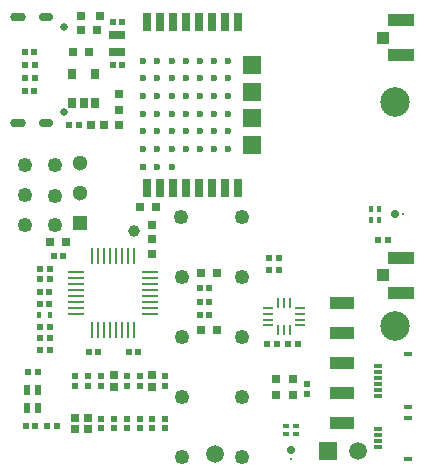
<source format=gbr>
%TF.GenerationSoftware,Altium Limited,Altium Designer,21.4.1 (30)*%
G04 Layer_Color=255*
%FSLAX45Y45*%
%MOMM*%
%TF.SameCoordinates,F4A6E2B2-E63A-418B-8CEE-B9A354165880*%
%TF.FilePolarity,Positive*%
%TF.FileFunction,Pads,Top*%
%TF.Part,Single*%
G01*
G75*
%TA.AperFunction,SMDPad,CuDef*%
%ADD14R,0.65000X0.90000*%
%ADD15R,0.75000X0.70000*%
%ADD16R,0.75000X0.65000*%
%ADD17R,0.75001X0.65000*%
%ADD18R,0.70000X0.80000*%
%ADD19R,0.65000X0.80000*%
%ADD20R,0.60000X0.40000*%
%ADD21C,0.30000*%
%ADD22R,0.40000X0.60000*%
%TA.AperFunction,ConnectorPad*%
%ADD23R,0.80000X0.30000*%
%ADD24R,0.80000X0.40000*%
%TA.AperFunction,SMDPad,CuDef*%
%ADD25R,0.80000X0.40000*%
%ADD26R,0.80000X0.30000*%
%ADD27R,2.00000X1.00000*%
%ADD28R,0.80000X0.75000*%
%ADD29R,0.80000X0.70000*%
%ADD30R,0.52000X0.52000*%
%ADD31R,0.50000X0.52000*%
%ADD32R,0.80000X0.80000*%
%ADD33R,0.52000X0.50000*%
%ADD34R,0.60000X0.90000*%
%ADD35R,2.20000X1.05000*%
%ADD36R,1.05000X1.00000*%
%ADD37R,0.52000X0.52000*%
%ADD38R,0.70000X1.50000*%
%TA.AperFunction,BGAPad,CuDef*%
%ADD39C,0.60000*%
%TA.AperFunction,SMDPad,CuDef*%
%ADD40R,0.60000X0.60000*%
%ADD41R,1.50000X1.50000*%
%ADD42R,0.45000X0.55000*%
%ADD43R,0.72000X0.76000*%
%ADD44R,0.65000X0.75001*%
%ADD45R,0.65000X0.75000*%
%ADD46R,0.70000X0.75000*%
%ADD47R,0.87500X0.25000*%
%ADD48R,0.25000X0.87500*%
%ADD49C,1.50000*%
%ADD50R,1.40000X0.75000*%
%ADD51O,0.25000X1.40000*%
%ADD52O,1.40000X0.25000*%
%ADD53C,1.00000*%
%TA.AperFunction,ComponentPad*%
%ADD66C,0.63000*%
%ADD67O,1.35200X0.75200*%
%ADD68O,1.24000X0.75200*%
%ADD69R,1.30000X1.30000*%
%ADD70C,1.30000*%
%ADD71C,0.70000*%
%ADD72C,1.25000*%
%ADD73C,1.50000*%
%ADD74R,1.50000X1.50000*%
%TA.AperFunction,WasherPad*%
%ADD75C,2.50000*%
D14*
X519998Y3090000D02*
D03*
X614999D02*
D03*
X710000D02*
D03*
Y3330000D02*
D03*
X519998D02*
D03*
D15*
X1196354Y1940560D02*
D03*
D16*
Y1813560D02*
D03*
D17*
Y2051685D02*
D03*
D18*
X1092500Y2209300D02*
D03*
X1227500D02*
D03*
X1742440Y1649140D02*
D03*
X1607440D02*
D03*
X467500Y1910000D02*
D03*
X332500D02*
D03*
X1607400Y1170000D02*
D03*
X1742400D02*
D03*
D19*
X592500Y3710000D02*
D03*
X727500D02*
D03*
X526860Y3517900D02*
D03*
X661860D02*
D03*
D20*
X2325080Y353399D02*
D03*
Y283399D02*
D03*
X2415080D02*
D03*
Y353399D02*
D03*
D21*
X2370080Y78399D02*
D03*
X3320000Y2145960D02*
D03*
D22*
X3045000Y2190960D02*
D03*
X3115000D02*
D03*
Y2100960D02*
D03*
X3045000D02*
D03*
D23*
X3110000Y861000D02*
D03*
Y811000D02*
D03*
Y761000D02*
D03*
Y711000D02*
D03*
Y661000D02*
D03*
Y611000D02*
D03*
D24*
X3360000Y511000D02*
D03*
Y961000D02*
D03*
D25*
Y75000D02*
D03*
Y425000D02*
D03*
D26*
X3110000Y175000D02*
D03*
Y225000D02*
D03*
Y275000D02*
D03*
Y325000D02*
D03*
D27*
X2800200Y381000D02*
D03*
Y635000D02*
D03*
Y889000D02*
D03*
Y1143000D02*
D03*
Y1397000D02*
D03*
D28*
X2241520Y747499D02*
D03*
Y612499D02*
D03*
D29*
X2390000Y747500D02*
D03*
Y612500D02*
D03*
X915529Y3165884D02*
D03*
Y3030884D02*
D03*
D30*
X2504300Y627319D02*
D03*
Y707319D02*
D03*
X1306099Y415000D02*
D03*
Y335000D02*
D03*
X763243Y415000D02*
D03*
Y335000D02*
D03*
X1088956D02*
D03*
Y415000D02*
D03*
X980385Y415000D02*
D03*
Y335000D02*
D03*
D31*
X327000Y1097500D02*
D03*
X243000D02*
D03*
X573209Y2900674D02*
D03*
X489209D02*
D03*
X115600Y3297400D02*
D03*
X199600D02*
D03*
X114900Y3186500D02*
D03*
X198900D02*
D03*
X227000Y813000D02*
D03*
X143000D02*
D03*
X207000Y351000D02*
D03*
X123000D02*
D03*
X308000Y350000D02*
D03*
X392000D02*
D03*
X198700Y3521700D02*
D03*
X114700D02*
D03*
X199500Y3408500D02*
D03*
X115500D02*
D03*
X327600Y1596800D02*
D03*
X243600D02*
D03*
X243001Y1685700D02*
D03*
X327001D02*
D03*
X243000Y1195086D02*
D03*
X327000D02*
D03*
Y1000000D02*
D03*
X243000D02*
D03*
X2183000Y1775000D02*
D03*
X2267000D02*
D03*
Y1675000D02*
D03*
X2183000D02*
D03*
D32*
X592300Y3824500D02*
D03*
X752300D02*
D03*
D33*
X1088955Y695000D02*
D03*
Y779000D02*
D03*
X654671D02*
D03*
Y695000D02*
D03*
X871814Y333000D02*
D03*
Y417000D02*
D03*
X1306097Y779000D02*
D03*
Y695000D02*
D03*
X546100Y779000D02*
D03*
Y695000D02*
D03*
X980384Y779000D02*
D03*
Y695000D02*
D03*
X763242Y779000D02*
D03*
Y695000D02*
D03*
X1197528Y417000D02*
D03*
Y333000D02*
D03*
D34*
X137500Y656940D02*
D03*
Y506940D02*
D03*
X232500D02*
D03*
Y656940D02*
D03*
D35*
X3300000Y3787500D02*
D03*
Y3492500D02*
D03*
Y1482500D02*
D03*
Y1777500D02*
D03*
D36*
X3147500Y3640000D02*
D03*
Y1630000D02*
D03*
D37*
X3190004Y1925496D02*
D03*
X3110003D02*
D03*
X860000Y3413760D02*
D03*
X940000D02*
D03*
Y3771900D02*
D03*
X860000D02*
D03*
X1597640Y1519478D02*
D03*
X1677640D02*
D03*
X360000Y1790000D02*
D03*
X440000D02*
D03*
X1597640Y1401800D02*
D03*
X1677640D02*
D03*
X325000Y1487714D02*
D03*
X245000D02*
D03*
X1597640Y1290000D02*
D03*
X1677640D02*
D03*
X245000Y1390171D02*
D03*
X325000D02*
D03*
X2427600Y1050000D02*
D03*
X2347600D02*
D03*
X2249800D02*
D03*
X2169800D02*
D03*
X738501Y983301D02*
D03*
X658501D02*
D03*
X997500Y983302D02*
D03*
X1077500D02*
D03*
D38*
X1920200Y3773000D02*
D03*
X1810200D02*
D03*
X1700200D02*
D03*
X1590200D02*
D03*
X1480200D02*
D03*
X1370200D02*
D03*
X1260200D02*
D03*
X1150200D02*
D03*
Y2373000D02*
D03*
X1260200D02*
D03*
X1370200D02*
D03*
X1480200D02*
D03*
X1590200D02*
D03*
X1700200D02*
D03*
X1810200D02*
D03*
X1920200D02*
D03*
D39*
X1840200Y3298000D02*
D03*
Y3148000D02*
D03*
Y2998000D02*
D03*
Y2848000D02*
D03*
X1720200Y3298000D02*
D03*
Y3148000D02*
D03*
Y2998000D02*
D03*
Y2848000D02*
D03*
X1600200Y3298000D02*
D03*
Y3148000D02*
D03*
Y2998000D02*
D03*
Y2848000D02*
D03*
X1480200Y3298000D02*
D03*
Y3148000D02*
D03*
Y2998000D02*
D03*
Y2848000D02*
D03*
X1360200Y3298000D02*
D03*
Y3148000D02*
D03*
Y2998000D02*
D03*
Y2848000D02*
D03*
X1240200Y3298000D02*
D03*
Y3148000D02*
D03*
Y2998000D02*
D03*
Y2848000D02*
D03*
X1840200Y3448000D02*
D03*
Y2698000D02*
D03*
X1120200Y3298000D02*
D03*
Y3148000D02*
D03*
Y2998000D02*
D03*
Y2848000D02*
D03*
X1720200Y2698000D02*
D03*
X1600200D02*
D03*
X1480200D02*
D03*
X1360200D02*
D03*
X1240200D02*
D03*
X1120200D02*
D03*
X1720200Y3448000D02*
D03*
X1600200D02*
D03*
X1480200D02*
D03*
X1360200D02*
D03*
X1240200D02*
D03*
X1120200D02*
D03*
X1360200Y2548000D02*
D03*
X1240200D02*
D03*
D40*
X1120200D02*
D03*
D41*
X2040200Y3410500D02*
D03*
Y3185500D02*
D03*
Y2960500D02*
D03*
Y2735500D02*
D03*
D42*
X240000Y1292629D02*
D03*
X330000D02*
D03*
D43*
X1197526Y688000D02*
D03*
Y786000D02*
D03*
X871813Y688000D02*
D03*
Y786000D02*
D03*
X546100Y326000D02*
D03*
Y424000D02*
D03*
X654671Y326000D02*
D03*
Y424000D02*
D03*
D44*
X679875Y2900680D02*
D03*
D45*
X918000D02*
D03*
D46*
X791000D02*
D03*
D47*
X2449320Y1355000D02*
D03*
X2171920D02*
D03*
X2449320Y1205000D02*
D03*
Y1255000D02*
D03*
Y1305000D02*
D03*
X2171920D02*
D03*
Y1255000D02*
D03*
Y1205000D02*
D03*
D48*
X2260620Y1166300D02*
D03*
X2310620D02*
D03*
X2360620D02*
D03*
X2260620Y1393700D02*
D03*
X2360620D02*
D03*
X2310620D02*
D03*
D49*
X1729097Y120420D02*
D03*
D50*
X900000Y3520500D02*
D03*
Y3665500D02*
D03*
D51*
X688100Y1170001D02*
D03*
X738100D02*
D03*
X788100D02*
D03*
X838100D02*
D03*
X888100D02*
D03*
X938100D02*
D03*
X988100D02*
D03*
X1038100D02*
D03*
Y1790001D02*
D03*
X988100D02*
D03*
X938100D02*
D03*
X888100D02*
D03*
X838100D02*
D03*
X788100D02*
D03*
X738100D02*
D03*
X688100D02*
D03*
D52*
X1173100Y1305001D02*
D03*
Y1355001D02*
D03*
Y1405002D02*
D03*
Y1455001D02*
D03*
Y1505002D02*
D03*
Y1555001D02*
D03*
Y1605001D02*
D03*
Y1655002D02*
D03*
X553100D02*
D03*
Y1605001D02*
D03*
Y1555001D02*
D03*
Y1505002D02*
D03*
Y1455001D02*
D03*
Y1405002D02*
D03*
Y1355001D02*
D03*
Y1305001D02*
D03*
D53*
X1042499Y2001133D02*
D03*
D66*
X450000Y3009000D02*
D03*
Y3729000D02*
D03*
D67*
X60000Y2920000D02*
D03*
Y3818000D02*
D03*
D68*
X300000D02*
D03*
Y2920000D02*
D03*
D69*
X584200Y2072000D02*
D03*
D70*
Y2580000D02*
D03*
Y2326000D02*
D03*
D71*
X2370080Y148399D02*
D03*
X3250000Y2145960D02*
D03*
D72*
X1442500Y2120901D02*
D03*
X1955000Y2120900D02*
D03*
X119300Y2562601D02*
D03*
Y2308600D02*
D03*
Y2054600D02*
D03*
X1955000Y88900D02*
D03*
X1447000D02*
D03*
Y1104900D02*
D03*
Y596900D02*
D03*
X1955000Y1612900D02*
D03*
X1447000D02*
D03*
X1955000Y1104900D02*
D03*
Y596900D02*
D03*
X373300Y2054600D02*
D03*
Y2562600D02*
D03*
X372300Y2304401D02*
D03*
D73*
X2937000Y140000D02*
D03*
D74*
X2683000D02*
D03*
D75*
X3251200Y3092800D02*
D03*
Y1200000D02*
D03*
%TF.MD5,56573545dc206a48d6d5accec60d6c1b*%
M02*

</source>
